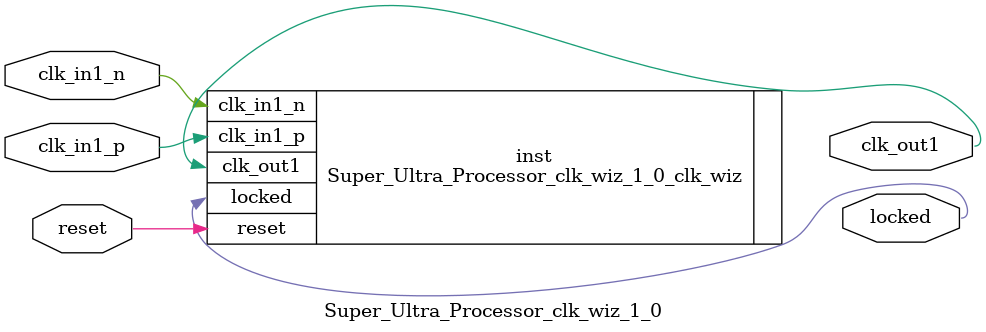
<source format=v>


`timescale 1ps/1ps

(* CORE_GENERATION_INFO = "Super_Ultra_Processor_clk_wiz_1_0,clk_wiz_v6_0_16_0_0,{component_name=Super_Ultra_Processor_clk_wiz_1_0,use_phase_alignment=true,use_min_o_jitter=false,use_max_i_jitter=false,use_dyn_phase_shift=false,use_inclk_switchover=false,use_dyn_reconfig=false,enable_axi=0,feedback_source=FDBK_AUTO,PRIMITIVE=MMCM,num_out_clk=1,clkin1_period=5.000,clkin2_period=10.0,use_power_down=false,use_reset=true,use_locked=true,use_inclk_stopped=false,feedback_type=SINGLE,CLOCK_MGR_TYPE=NA,manual_override=false}" *)

module Super_Ultra_Processor_clk_wiz_1_0 
 (
  // Clock out ports
  output        clk_out1,
  // Status and control signals
  input         reset,
  output        locked,
 // Clock in ports
  input         clk_in1_p,
  input         clk_in1_n
 );

  Super_Ultra_Processor_clk_wiz_1_0_clk_wiz inst
  (
  // Clock out ports  
  .clk_out1(clk_out1),
  // Status and control signals               
  .reset(reset), 
  .locked(locked),
 // Clock in ports
  .clk_in1_p(clk_in1_p),
  .clk_in1_n(clk_in1_n)
  );

endmodule

</source>
